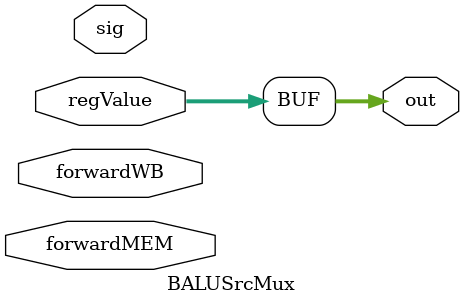
<source format=v>
module ALUSrc1Mux (input wire[2:0] sig, input wire[31:0] regValue, input wire[31:0] forwardMEM, input wire[31:0] forwardWB, output wire[31:0] out);

	reg[31:0] out_r;
	assign out = out_r;

	always @(*) begin
		if (sig == 3'b100) begin
			out_r = regValue;
		end
	end
endmodule

module ALUSrc2Mux (input wire[2:0] sig, input wire[31:0] regValue, input wire[31:0] imm, input wire[31:0] forwardMEM, input wire[31:0] forwardWB, output wire[31:0] out);

	reg[31:0] out_r;
	assign out = out_r;

	always @(*) begin
		if (sig == 3'b100) begin
			out_r = regValue;
		end

		else if (sig == 3'b000) begin
			out_r = imm;
		end
	end
endmodule

module BALUSrcMux (input wire[2:0] sig, input wire[31:0] regValue, input wire[31:0] forwardMEM, input wire[31:0] forwardWB, output wire[31:0] out);
	assign out = regValue;
endmodule
</source>
